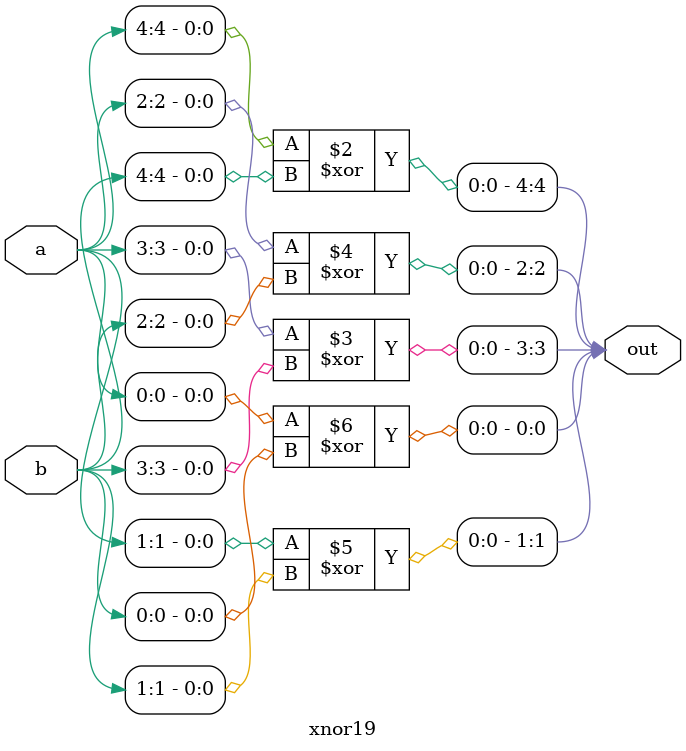
<source format=v>
module xnor19 (
    input wire [4:0] a,
    input wire [4:0] b,
    output reg [4:0] out
);

always @(*) begin

    out[4] = (a[4] ^ b[4]);

    out[3] = (a[3] ^ b[3]);
    out[2] = (a[2] ^ b[2]);
    out[1] = (a[1] ^ b[1]);
    out[0] = (a[0] ^ b[0]);

end


endmodule
</source>
